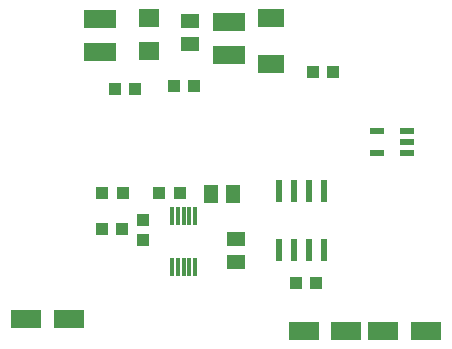
<source format=gbr>
G04 EAGLE Gerber X2 export*
%TF.Part,Single*%
%TF.FileFunction,Paste,Top*%
%TF.FilePolarity,Positive*%
%TF.GenerationSoftware,Autodesk,EAGLE,9.1.0*%
%TF.CreationDate,2018-08-06T08:45:11Z*%
G75*
%MOMM*%
%FSLAX34Y34*%
%LPD*%
%AMOC8*
5,1,8,0,0,1.08239X$1,22.5*%
G01*
%ADD10R,0.297100X1.549800*%
%ADD11R,1.186400X0.597100*%
%ADD12R,0.599100X1.968500*%
%ADD13R,1.100000X1.000000*%
%ADD14R,1.500000X1.300000*%
%ADD15R,2.200000X1.600000*%
%ADD16R,2.700000X1.600000*%
%ADD17R,2.600000X1.600000*%
%ADD18R,1.000000X1.100000*%
%ADD19R,1.800000X1.600000*%
%ADD20R,1.300000X1.500000*%


D10*
X168420Y445857D03*
X163420Y445857D03*
X158420Y445857D03*
X153420Y445857D03*
X148420Y445857D03*
X148420Y402731D03*
X153420Y402731D03*
X158420Y402731D03*
X163420Y402731D03*
X168420Y402731D03*
D11*
X347350Y499075D03*
X347350Y508575D03*
X347350Y518075D03*
X322062Y518075D03*
X322062Y499075D03*
D12*
X239130Y417475D03*
X251830Y417475D03*
X264530Y417475D03*
X277230Y417475D03*
X277230Y466943D03*
X264530Y466943D03*
X251830Y466943D03*
X239130Y466943D03*
D13*
X138070Y465801D03*
X155070Y465801D03*
D14*
X163547Y610916D03*
X163547Y591916D03*
D15*
X232817Y613866D03*
X232817Y574866D03*
D13*
X284965Y567667D03*
X267965Y567667D03*
D16*
X87917Y612361D03*
X87917Y584361D03*
D17*
X327570Y348369D03*
X363570Y348369D03*
X260393Y348731D03*
X296393Y348731D03*
D13*
X117420Y553621D03*
X100420Y553621D03*
X89718Y434695D03*
X106718Y434695D03*
X253267Y389062D03*
X270267Y389062D03*
X89774Y465696D03*
X106774Y465696D03*
D17*
X61158Y358503D03*
X25158Y358503D03*
D18*
X124127Y425396D03*
X124127Y442396D03*
D19*
X128817Y613958D03*
X128817Y585958D03*
D13*
X150082Y555713D03*
X167082Y555713D03*
D16*
X197277Y610503D03*
X197277Y582503D03*
D20*
X181580Y464868D03*
X200580Y464868D03*
D14*
X202919Y426111D03*
X202919Y407111D03*
M02*

</source>
